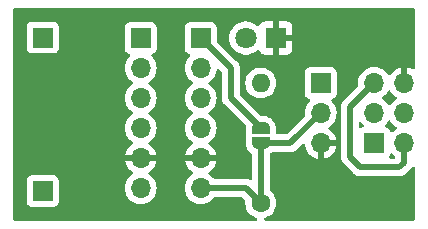
<source format=gbr>
%TF.GenerationSoftware,KiCad,Pcbnew,8.0.3*%
%TF.CreationDate,2024-07-07T19:01:36+09:00*%
%TF.ProjectId,next_usb_device,6e657874-5f75-4736-925f-646576696365,rev?*%
%TF.SameCoordinates,Original*%
%TF.FileFunction,Copper,L2,Bot*%
%TF.FilePolarity,Positive*%
%FSLAX46Y46*%
G04 Gerber Fmt 4.6, Leading zero omitted, Abs format (unit mm)*
G04 Created by KiCad (PCBNEW 8.0.3) date 2024-07-07 19:01:36*
%MOMM*%
%LPD*%
G01*
G04 APERTURE LIST*
G04 Aperture macros list*
%AMFreePoly0*
4,1,19,0.500000,-0.750000,0.000000,-0.750000,0.000000,-0.744911,-0.071157,-0.744911,-0.207708,-0.704816,-0.327430,-0.627875,-0.420627,-0.520320,-0.479746,-0.390866,-0.500000,-0.250000,-0.500000,0.250000,-0.479746,0.390866,-0.420627,0.520320,-0.327430,0.627875,-0.207708,0.704816,-0.071157,0.744911,0.000000,0.744911,0.000000,0.750000,0.500000,0.750000,0.500000,-0.750000,0.500000,-0.750000,
$1*%
%AMFreePoly1*
4,1,19,0.000000,0.744911,0.071157,0.744911,0.207708,0.704816,0.327430,0.627875,0.420627,0.520320,0.479746,0.390866,0.500000,0.250000,0.500000,-0.250000,0.479746,-0.390866,0.420627,-0.520320,0.327430,-0.627875,0.207708,-0.704816,0.071157,-0.744911,0.000000,-0.744911,0.000000,-0.750000,-0.500000,-0.750000,-0.500000,0.750000,0.000000,0.750000,0.000000,0.744911,0.000000,0.744911,
$1*%
G04 Aperture macros list end*
%TA.AperFunction,ComponentPad*%
%ADD10R,1.700000X1.700000*%
%TD*%
%TA.AperFunction,ComponentPad*%
%ADD11O,1.700000X1.700000*%
%TD*%
%TA.AperFunction,ComponentPad*%
%ADD12C,1.600000*%
%TD*%
%TA.AperFunction,ComponentPad*%
%ADD13O,1.600000X1.600000*%
%TD*%
%TA.AperFunction,ComponentPad*%
%ADD14R,1.800000X1.800000*%
%TD*%
%TA.AperFunction,ComponentPad*%
%ADD15C,1.800000*%
%TD*%
%TA.AperFunction,SMDPad,CuDef*%
%ADD16FreePoly0,270.000000*%
%TD*%
%TA.AperFunction,SMDPad,CuDef*%
%ADD17FreePoly1,270.000000*%
%TD*%
%TA.AperFunction,Conductor*%
%ADD18C,0.500000*%
%TD*%
G04 APERTURE END LIST*
D10*
%TO.P,J1,1,Pin_1*%
%TO.N,CONN*%
X114300000Y-66040000D03*
D11*
%TO.P,J1,2,Pin_2*%
%TO.N,UNUSE*%
X114300000Y-68580000D03*
%TO.P,J1,3,Pin_3*%
%TO.N,CW{slash}CCW*%
X114300000Y-71120000D03*
%TO.P,J1,4,Pin_4*%
%TO.N,PWM*%
X114300000Y-73660000D03*
%TO.P,J1,5,Pin_5*%
%TO.N,GND*%
X114300000Y-76200000D03*
%TO.P,J1,6,Pin_6*%
%TO.N,+5V*%
X114300000Y-78740000D03*
%TD*%
D12*
%TO.P,R1,1*%
%TO.N,+5V*%
X124460000Y-80010000D03*
D13*
%TO.P,R1,2*%
%TO.N,Net-(D1-A)*%
X124460000Y-69850000D03*
%TD*%
D10*
%TO.P,REF\u002A\u002A,1*%
%TO.N,N/C*%
X106000000Y-79000000D03*
%TD*%
%TO.P,J3,1,Pin_1*%
%TO.N,GND*%
X134075000Y-74915000D03*
D11*
%TO.P,J3,2,Pin_2*%
%TO.N,CW{slash}CCW*%
X136615000Y-74915000D03*
%TO.P,J3,3,Pin_3*%
%TO.N,PWM*%
X134075000Y-72375000D03*
%TO.P,J3,4,Pin_4*%
X136615000Y-72375000D03*
%TO.P,J3,5,Pin_5*%
%TO.N,CW{slash}CCW*%
X134075000Y-69835000D03*
%TO.P,J3,6,Pin_6*%
%TO.N,GND*%
X136615000Y-69835000D03*
%TD*%
D14*
%TO.P,D1,1,K*%
%TO.N,GND*%
X125730000Y-66040000D03*
D15*
%TO.P,D1,2,A*%
%TO.N,Net-(D1-A)*%
X123190000Y-66040000D03*
%TD*%
D10*
%TO.P,J4,1,Pin_1*%
%TO.N,CONN*%
X119380000Y-66040000D03*
D11*
%TO.P,J4,2,Pin_2*%
%TO.N,UNUSE*%
X119380000Y-68580000D03*
%TO.P,J4,3,Pin_3*%
%TO.N,CW{slash}CCW*%
X119380000Y-71120000D03*
%TO.P,J4,4,Pin_4*%
%TO.N,PWM*%
X119380000Y-73660000D03*
%TO.P,J4,5,Pin_5*%
%TO.N,GND*%
X119380000Y-76200000D03*
%TO.P,J4,6,Pin_6*%
%TO.N,+5V*%
X119380000Y-78740000D03*
%TD*%
D10*
%TO.P,REF\u002A\u002A,1*%
%TO.N,N/C*%
X106000000Y-66000000D03*
%TD*%
%TO.P,J2,1,Pin_1*%
%TO.N,PWM*%
X129540000Y-69850000D03*
D11*
%TO.P,J2,2,Pin_2*%
%TO.N,+5V*%
X129540000Y-72390000D03*
%TO.P,J2,3,Pin_3*%
%TO.N,GND*%
X129540000Y-74930000D03*
%TD*%
D16*
%TO.P,JP1,1,A*%
%TO.N,CONN*%
X124460000Y-73660000D03*
D17*
%TO.P,JP1,2,B*%
%TO.N,+5V*%
X124460000Y-74960000D03*
%TD*%
D18*
%TO.N,GND*%
X136615000Y-69835000D02*
X136615000Y-68035000D01*
X136615000Y-68035000D02*
X135890000Y-67310000D01*
%TO.N,CW{slash}CCW*%
X132900000Y-77000000D02*
X132000000Y-76100000D01*
X136615000Y-76585000D02*
X136200000Y-77000000D01*
X136615000Y-74915000D02*
X136615000Y-76585000D01*
X132000000Y-71910000D02*
X134075000Y-69835000D01*
X132000000Y-76100000D02*
X132000000Y-71910000D01*
X136200000Y-77000000D02*
X132900000Y-77000000D01*
%TO.N,CONN*%
X121920000Y-71120000D02*
X124460000Y-73660000D01*
X121920000Y-68580000D02*
X121920000Y-71120000D01*
X119380000Y-66040000D02*
X121920000Y-68580000D01*
%TO.N,+5V*%
X124460000Y-74960000D02*
X124460000Y-80010000D01*
X126970000Y-74960000D02*
X129540000Y-72390000D01*
X119380000Y-78740000D02*
X123190000Y-78740000D01*
X124460000Y-74960000D02*
X126970000Y-74960000D01*
X123190000Y-78740000D02*
X124460000Y-80010000D01*
%TD*%
%TA.AperFunction,Conductor*%
%TO.N,GND*%
G36*
X137442539Y-63520185D02*
G01*
X137488294Y-63572989D01*
X137499500Y-63624500D01*
X137499500Y-68568085D01*
X137479815Y-68635124D01*
X137427011Y-68680879D01*
X137357853Y-68690823D01*
X137304380Y-68669662D01*
X137292585Y-68661404D01*
X137292579Y-68661400D01*
X137078492Y-68561570D01*
X137078486Y-68561567D01*
X136865000Y-68504364D01*
X136865000Y-69401988D01*
X136807993Y-69369075D01*
X136680826Y-69335000D01*
X136549174Y-69335000D01*
X136422007Y-69369075D01*
X136365000Y-69401988D01*
X136365000Y-68504364D01*
X136364999Y-68504364D01*
X136151513Y-68561567D01*
X136151507Y-68561570D01*
X135937422Y-68661399D01*
X135937420Y-68661400D01*
X135743926Y-68796886D01*
X135743920Y-68796891D01*
X135576891Y-68963920D01*
X135576890Y-68963922D01*
X135446880Y-69149595D01*
X135392303Y-69193219D01*
X135322804Y-69200412D01*
X135260450Y-69168890D01*
X135243730Y-69149594D01*
X135113494Y-68963597D01*
X134946402Y-68796506D01*
X134946395Y-68796501D01*
X134752834Y-68660967D01*
X134752830Y-68660965D01*
X134677371Y-68625778D01*
X134538663Y-68561097D01*
X134538659Y-68561096D01*
X134538655Y-68561094D01*
X134310413Y-68499938D01*
X134310403Y-68499936D01*
X134075001Y-68479341D01*
X134074999Y-68479341D01*
X133839596Y-68499936D01*
X133839586Y-68499938D01*
X133611344Y-68561094D01*
X133611335Y-68561098D01*
X133397171Y-68660964D01*
X133397169Y-68660965D01*
X133203597Y-68796505D01*
X133036505Y-68963597D01*
X132900965Y-69157169D01*
X132900964Y-69157171D01*
X132801098Y-69371335D01*
X132801094Y-69371344D01*
X132739938Y-69599586D01*
X132739936Y-69599596D01*
X132719341Y-69834999D01*
X132719341Y-69835001D01*
X132737977Y-70048013D01*
X132724210Y-70116513D01*
X132702130Y-70146501D01*
X131417052Y-71431578D01*
X131417049Y-71431581D01*
X131379106Y-71488367D01*
X131379107Y-71488368D01*
X131334913Y-71554508D01*
X131278343Y-71691082D01*
X131278340Y-71691092D01*
X131249500Y-71836079D01*
X131249500Y-71836082D01*
X131249500Y-76173918D01*
X131249500Y-76173920D01*
X131249499Y-76173920D01*
X131278340Y-76318907D01*
X131278343Y-76318917D01*
X131334914Y-76455492D01*
X131367812Y-76504727D01*
X131367813Y-76504730D01*
X131417046Y-76578414D01*
X131417052Y-76578421D01*
X132317049Y-77478416D01*
X132393182Y-77554549D01*
X132421585Y-77582952D01*
X132544498Y-77665080D01*
X132544511Y-77665087D01*
X132643782Y-77706206D01*
X132681087Y-77721658D01*
X132681091Y-77721658D01*
X132681092Y-77721659D01*
X132826079Y-77750500D01*
X132826082Y-77750500D01*
X136273920Y-77750500D01*
X136371462Y-77731096D01*
X136418913Y-77721658D01*
X136555495Y-77665084D01*
X136604729Y-77632186D01*
X136678416Y-77582952D01*
X137197952Y-77063415D01*
X137225205Y-77022627D01*
X137272399Y-76951997D01*
X137326012Y-76907192D01*
X137395337Y-76898486D01*
X137458364Y-76928642D01*
X137495082Y-76988085D01*
X137499500Y-77020889D01*
X137499500Y-81375500D01*
X137479815Y-81442539D01*
X137427011Y-81488294D01*
X137375500Y-81499500D01*
X124867733Y-81499500D01*
X124800694Y-81479815D01*
X124754939Y-81427011D01*
X124744995Y-81357853D01*
X124774020Y-81294297D01*
X124832798Y-81256523D01*
X124835640Y-81255725D01*
X124883032Y-81243025D01*
X124906496Y-81236739D01*
X125112734Y-81140568D01*
X125299139Y-81010047D01*
X125460047Y-80849139D01*
X125590568Y-80662734D01*
X125686739Y-80456496D01*
X125745635Y-80236692D01*
X125765468Y-80010000D01*
X125745635Y-79783308D01*
X125686739Y-79563504D01*
X125590568Y-79357266D01*
X125483015Y-79203663D01*
X125460048Y-79170862D01*
X125460047Y-79170861D01*
X125299139Y-79009953D01*
X125294373Y-79006615D01*
X125263375Y-78984910D01*
X125219751Y-78930332D01*
X125210500Y-78883336D01*
X125210500Y-75901293D01*
X125230185Y-75834254D01*
X125267458Y-75796979D01*
X125314130Y-75766986D01*
X125344366Y-75740786D01*
X125407921Y-75711762D01*
X125425568Y-75710500D01*
X127043920Y-75710500D01*
X127141462Y-75691096D01*
X127188913Y-75681658D01*
X127325495Y-75625084D01*
X127374729Y-75592186D01*
X127448416Y-75542952D01*
X127986879Y-75004487D01*
X128048199Y-74971005D01*
X128117890Y-74975989D01*
X128173824Y-75017860D01*
X128198085Y-75081363D01*
X128205430Y-75165316D01*
X128205432Y-75165326D01*
X128266566Y-75393483D01*
X128266570Y-75393492D01*
X128366399Y-75607578D01*
X128501894Y-75801082D01*
X128668917Y-75968105D01*
X128862421Y-76103600D01*
X129076507Y-76203429D01*
X129076516Y-76203433D01*
X129290000Y-76260634D01*
X129290000Y-75363012D01*
X129347007Y-75395925D01*
X129474174Y-75430000D01*
X129605826Y-75430000D01*
X129732993Y-75395925D01*
X129790000Y-75363012D01*
X129790000Y-76260633D01*
X130003483Y-76203433D01*
X130003492Y-76203429D01*
X130217578Y-76103600D01*
X130411082Y-75968105D01*
X130578105Y-75801082D01*
X130713600Y-75607578D01*
X130813429Y-75393492D01*
X130813432Y-75393486D01*
X130870636Y-75180000D01*
X129973012Y-75180000D01*
X130005925Y-75122993D01*
X130040000Y-74995826D01*
X130040000Y-74864174D01*
X130005925Y-74737007D01*
X129973012Y-74680000D01*
X130870636Y-74680000D01*
X130870635Y-74679999D01*
X130813432Y-74466513D01*
X130813429Y-74466507D01*
X130713600Y-74252422D01*
X130713599Y-74252420D01*
X130578113Y-74058926D01*
X130578108Y-74058920D01*
X130411078Y-73891890D01*
X130225405Y-73761879D01*
X130181780Y-73707302D01*
X130174588Y-73637804D01*
X130206110Y-73575449D01*
X130225406Y-73558730D01*
X130309668Y-73499729D01*
X130411401Y-73428495D01*
X130578495Y-73261401D01*
X130714035Y-73067830D01*
X130813903Y-72853663D01*
X130875063Y-72625408D01*
X130895659Y-72390000D01*
X130893690Y-72367500D01*
X130886772Y-72288425D01*
X130875063Y-72154592D01*
X130813903Y-71926337D01*
X130714035Y-71712171D01*
X130711432Y-71708454D01*
X130578495Y-71518599D01*
X130535388Y-71475492D01*
X130456567Y-71396671D01*
X130423084Y-71335351D01*
X130428068Y-71265659D01*
X130469939Y-71209725D01*
X130500915Y-71192810D01*
X130632331Y-71143796D01*
X130747546Y-71057546D01*
X130833796Y-70942331D01*
X130884091Y-70807483D01*
X130890500Y-70747873D01*
X130890499Y-68952128D01*
X130884091Y-68892517D01*
X130869929Y-68854548D01*
X130833797Y-68757671D01*
X130833793Y-68757664D01*
X130747547Y-68642455D01*
X130747544Y-68642452D01*
X130632335Y-68556206D01*
X130632328Y-68556202D01*
X130497482Y-68505908D01*
X130497483Y-68505908D01*
X130437883Y-68499501D01*
X130437881Y-68499500D01*
X130437873Y-68499500D01*
X130437864Y-68499500D01*
X128642129Y-68499500D01*
X128642123Y-68499501D01*
X128582516Y-68505908D01*
X128447671Y-68556202D01*
X128447664Y-68556206D01*
X128332455Y-68642452D01*
X128332452Y-68642455D01*
X128246206Y-68757664D01*
X128246202Y-68757671D01*
X128195908Y-68892517D01*
X128190564Y-68942229D01*
X128189501Y-68952123D01*
X128189500Y-68952135D01*
X128189500Y-70747870D01*
X128189501Y-70747876D01*
X128195908Y-70807483D01*
X128246202Y-70942328D01*
X128246206Y-70942335D01*
X128332452Y-71057544D01*
X128332455Y-71057547D01*
X128447664Y-71143793D01*
X128447671Y-71143797D01*
X128579081Y-71192810D01*
X128635015Y-71234681D01*
X128659432Y-71300145D01*
X128644580Y-71368418D01*
X128623430Y-71396673D01*
X128501505Y-71518599D01*
X128365965Y-71712169D01*
X128365964Y-71712171D01*
X128266098Y-71926335D01*
X128266094Y-71926344D01*
X128204938Y-72154586D01*
X128204936Y-72154596D01*
X128184341Y-72389999D01*
X128184341Y-72390001D01*
X128202977Y-72603012D01*
X128189210Y-72671512D01*
X128167130Y-72701500D01*
X126695451Y-74173181D01*
X126634128Y-74206666D01*
X126607770Y-74209500D01*
X125839500Y-74209500D01*
X125772461Y-74189815D01*
X125726706Y-74137011D01*
X125715500Y-74085500D01*
X125715500Y-73588114D01*
X125715500Y-73588111D01*
X125695024Y-73445696D01*
X125654517Y-73307741D01*
X125594747Y-73176863D01*
X125586597Y-73164182D01*
X125520623Y-73061523D01*
X125519802Y-73060081D01*
X125517011Y-73055901D01*
X125422792Y-72947169D01*
X125422789Y-72947166D01*
X125314135Y-72853018D01*
X125314132Y-72853015D01*
X125287264Y-72835749D01*
X125193094Y-72775230D01*
X125193087Y-72775227D01*
X125193081Y-72775223D01*
X125068356Y-72718263D01*
X125064057Y-72716014D01*
X124924261Y-72674966D01*
X124924251Y-72674963D01*
X124796300Y-72656567D01*
X124781941Y-72654503D01*
X124781940Y-72654503D01*
X124725601Y-72654503D01*
X124725591Y-72654500D01*
X124674236Y-72654500D01*
X124567229Y-72654500D01*
X124500190Y-72634815D01*
X124479548Y-72618181D01*
X122706819Y-70845451D01*
X122673334Y-70784128D01*
X122670500Y-70757770D01*
X122670500Y-69849998D01*
X123154532Y-69849998D01*
X123154532Y-69850001D01*
X123174364Y-70076686D01*
X123174366Y-70076697D01*
X123233258Y-70296488D01*
X123233261Y-70296497D01*
X123329431Y-70502732D01*
X123329432Y-70502734D01*
X123459954Y-70689141D01*
X123620858Y-70850045D01*
X123654353Y-70873498D01*
X123807266Y-70980568D01*
X124013504Y-71076739D01*
X124233308Y-71135635D01*
X124395230Y-71149801D01*
X124459998Y-71155468D01*
X124460000Y-71155468D01*
X124460002Y-71155468D01*
X124516673Y-71150509D01*
X124686692Y-71135635D01*
X124906496Y-71076739D01*
X125112734Y-70980568D01*
X125299139Y-70850047D01*
X125460047Y-70689139D01*
X125590568Y-70502734D01*
X125686739Y-70296496D01*
X125745635Y-70076692D01*
X125765468Y-69850000D01*
X125745635Y-69623308D01*
X125686739Y-69403504D01*
X125590568Y-69197266D01*
X125460047Y-69010861D01*
X125460045Y-69010858D01*
X125299141Y-68849954D01*
X125112734Y-68719432D01*
X125112732Y-68719431D01*
X124906497Y-68623261D01*
X124906488Y-68623258D01*
X124686697Y-68564366D01*
X124686693Y-68564365D01*
X124686692Y-68564365D01*
X124686691Y-68564364D01*
X124686686Y-68564364D01*
X124460002Y-68544532D01*
X124459998Y-68544532D01*
X124233313Y-68564364D01*
X124233302Y-68564366D01*
X124013511Y-68623258D01*
X124013502Y-68623261D01*
X123807267Y-68719431D01*
X123807265Y-68719432D01*
X123620858Y-68849954D01*
X123459954Y-69010858D01*
X123329432Y-69197265D01*
X123329431Y-69197267D01*
X123233261Y-69403502D01*
X123233258Y-69403511D01*
X123174366Y-69623302D01*
X123174364Y-69623313D01*
X123154532Y-69849998D01*
X122670500Y-69849998D01*
X122670500Y-68506079D01*
X122641659Y-68361092D01*
X122641658Y-68361091D01*
X122641658Y-68361087D01*
X122634823Y-68344586D01*
X122585087Y-68224511D01*
X122585080Y-68224498D01*
X122502952Y-68101585D01*
X122502951Y-68101584D01*
X122398416Y-67997049D01*
X120766818Y-66365450D01*
X120733333Y-66304127D01*
X120730499Y-66277769D01*
X120730499Y-66039993D01*
X121784700Y-66039993D01*
X121784700Y-66040006D01*
X121803864Y-66271297D01*
X121803866Y-66271308D01*
X121860842Y-66496300D01*
X121954075Y-66708848D01*
X122081016Y-66903147D01*
X122081019Y-66903151D01*
X122081021Y-66903153D01*
X122238216Y-67073913D01*
X122238219Y-67073915D01*
X122238222Y-67073918D01*
X122421365Y-67216464D01*
X122421371Y-67216468D01*
X122421374Y-67216470D01*
X122625497Y-67326936D01*
X122675468Y-67344091D01*
X122845015Y-67402297D01*
X122845017Y-67402297D01*
X122845019Y-67402298D01*
X123073951Y-67440500D01*
X123073952Y-67440500D01*
X123306048Y-67440500D01*
X123306049Y-67440500D01*
X123534981Y-67402298D01*
X123754503Y-67326936D01*
X123958626Y-67216470D01*
X123970091Y-67207547D01*
X124118124Y-67092328D01*
X124141784Y-67073913D01*
X124150511Y-67064432D01*
X124210394Y-67028441D01*
X124280232Y-67030538D01*
X124337850Y-67070060D01*
X124357924Y-67105080D01*
X124386645Y-67182086D01*
X124386649Y-67182093D01*
X124472809Y-67297187D01*
X124472812Y-67297190D01*
X124587906Y-67383350D01*
X124587913Y-67383354D01*
X124722620Y-67433596D01*
X124722627Y-67433598D01*
X124782155Y-67439999D01*
X124782172Y-67440000D01*
X125480000Y-67440000D01*
X125480000Y-66415277D01*
X125556306Y-66459333D01*
X125670756Y-66490000D01*
X125789244Y-66490000D01*
X125903694Y-66459333D01*
X125980000Y-66415277D01*
X125980000Y-67440000D01*
X126677828Y-67440000D01*
X126677844Y-67439999D01*
X126737372Y-67433598D01*
X126737379Y-67433596D01*
X126872086Y-67383354D01*
X126872093Y-67383350D01*
X126987187Y-67297190D01*
X126987190Y-67297187D01*
X127073350Y-67182093D01*
X127073354Y-67182086D01*
X127123596Y-67047379D01*
X127123598Y-67047372D01*
X127129999Y-66987844D01*
X127130000Y-66987827D01*
X127130000Y-66290000D01*
X126105278Y-66290000D01*
X126149333Y-66213694D01*
X126180000Y-66099244D01*
X126180000Y-65980756D01*
X126149333Y-65866306D01*
X126105278Y-65790000D01*
X127130000Y-65790000D01*
X127130000Y-65092172D01*
X127129999Y-65092155D01*
X127123598Y-65032627D01*
X127123596Y-65032620D01*
X127073354Y-64897913D01*
X127073350Y-64897906D01*
X126987190Y-64782812D01*
X126987187Y-64782809D01*
X126872093Y-64696649D01*
X126872086Y-64696645D01*
X126737379Y-64646403D01*
X126737372Y-64646401D01*
X126677844Y-64640000D01*
X125980000Y-64640000D01*
X125980000Y-65664722D01*
X125903694Y-65620667D01*
X125789244Y-65590000D01*
X125670756Y-65590000D01*
X125556306Y-65620667D01*
X125480000Y-65664722D01*
X125480000Y-64640000D01*
X124782155Y-64640000D01*
X124722627Y-64646401D01*
X124722620Y-64646403D01*
X124587913Y-64696645D01*
X124587906Y-64696649D01*
X124472812Y-64782809D01*
X124472809Y-64782812D01*
X124386649Y-64897906D01*
X124386646Y-64897911D01*
X124357924Y-64974920D01*
X124316052Y-65030853D01*
X124250588Y-65055270D01*
X124182315Y-65040418D01*
X124150514Y-65015571D01*
X124141784Y-65006087D01*
X124141779Y-65006083D01*
X124141777Y-65006081D01*
X123958634Y-64863535D01*
X123958628Y-64863531D01*
X123754504Y-64753064D01*
X123754495Y-64753061D01*
X123534984Y-64677702D01*
X123347404Y-64646401D01*
X123306049Y-64639500D01*
X123073951Y-64639500D01*
X123032596Y-64646401D01*
X122845015Y-64677702D01*
X122625504Y-64753061D01*
X122625495Y-64753064D01*
X122421371Y-64863531D01*
X122421365Y-64863535D01*
X122238222Y-65006081D01*
X122238219Y-65006084D01*
X122238216Y-65006086D01*
X122238216Y-65006087D01*
X122213791Y-65032620D01*
X122081016Y-65176852D01*
X121954075Y-65371151D01*
X121860842Y-65583699D01*
X121803866Y-65808691D01*
X121803864Y-65808702D01*
X121784700Y-66039993D01*
X120730499Y-66039993D01*
X120730499Y-65142129D01*
X120730498Y-65142123D01*
X120730497Y-65142116D01*
X120724091Y-65082517D01*
X120705483Y-65032627D01*
X120673797Y-64947671D01*
X120673793Y-64947664D01*
X120587547Y-64832455D01*
X120587544Y-64832452D01*
X120472335Y-64746206D01*
X120472328Y-64746202D01*
X120337482Y-64695908D01*
X120337483Y-64695908D01*
X120277883Y-64689501D01*
X120277881Y-64689500D01*
X120277873Y-64689500D01*
X120277864Y-64689500D01*
X118482129Y-64689500D01*
X118482123Y-64689501D01*
X118422516Y-64695908D01*
X118287671Y-64746202D01*
X118287664Y-64746206D01*
X118172455Y-64832452D01*
X118172452Y-64832455D01*
X118086206Y-64947664D01*
X118086202Y-64947671D01*
X118035908Y-65082517D01*
X118029501Y-65142116D01*
X118029501Y-65142123D01*
X118029500Y-65142135D01*
X118029500Y-66937870D01*
X118029501Y-66937876D01*
X118035908Y-66997483D01*
X118086202Y-67132328D01*
X118086206Y-67132335D01*
X118172452Y-67247544D01*
X118172455Y-67247547D01*
X118287664Y-67333793D01*
X118287671Y-67333797D01*
X118419081Y-67382810D01*
X118475015Y-67424681D01*
X118499432Y-67490145D01*
X118484580Y-67558418D01*
X118463430Y-67586673D01*
X118341503Y-67708600D01*
X118205965Y-67902169D01*
X118205964Y-67902171D01*
X118106098Y-68116335D01*
X118106094Y-68116344D01*
X118044938Y-68344586D01*
X118044936Y-68344596D01*
X118024341Y-68579999D01*
X118024341Y-68580000D01*
X118044936Y-68815403D01*
X118044938Y-68815413D01*
X118106094Y-69043655D01*
X118106096Y-69043659D01*
X118106097Y-69043663D01*
X118205965Y-69257830D01*
X118205967Y-69257834D01*
X118341501Y-69451395D01*
X118341506Y-69451402D01*
X118508597Y-69618493D01*
X118508603Y-69618498D01*
X118694158Y-69748425D01*
X118737783Y-69803002D01*
X118744977Y-69872500D01*
X118713454Y-69934855D01*
X118694158Y-69951575D01*
X118508597Y-70081505D01*
X118341505Y-70248597D01*
X118205965Y-70442169D01*
X118205964Y-70442171D01*
X118106098Y-70656335D01*
X118106094Y-70656344D01*
X118044938Y-70884586D01*
X118044936Y-70884596D01*
X118024341Y-71119999D01*
X118024341Y-71120000D01*
X118044936Y-71355403D01*
X118044938Y-71355413D01*
X118106094Y-71583655D01*
X118106096Y-71583659D01*
X118106097Y-71583663D01*
X118175633Y-71732783D01*
X118205965Y-71797830D01*
X118205967Y-71797834D01*
X118341501Y-71991395D01*
X118341506Y-71991402D01*
X118508597Y-72158493D01*
X118508603Y-72158498D01*
X118694158Y-72288425D01*
X118737783Y-72343002D01*
X118744977Y-72412500D01*
X118713454Y-72474855D01*
X118694158Y-72491575D01*
X118508597Y-72621505D01*
X118341505Y-72788597D01*
X118205965Y-72982169D01*
X118205964Y-72982171D01*
X118106098Y-73196335D01*
X118106094Y-73196344D01*
X118044938Y-73424586D01*
X118044936Y-73424596D01*
X118024341Y-73659999D01*
X118024341Y-73660000D01*
X118044936Y-73895403D01*
X118044938Y-73895413D01*
X118106094Y-74123655D01*
X118106096Y-74123659D01*
X118106097Y-74123663D01*
X118173991Y-74269262D01*
X118205965Y-74337830D01*
X118205967Y-74337834D01*
X118341501Y-74531395D01*
X118341506Y-74531402D01*
X118508597Y-74698493D01*
X118508603Y-74698498D01*
X118694594Y-74828730D01*
X118738219Y-74883307D01*
X118745413Y-74952805D01*
X118713890Y-75015160D01*
X118694595Y-75031880D01*
X118508922Y-75161890D01*
X118508920Y-75161891D01*
X118341891Y-75328920D01*
X118341886Y-75328926D01*
X118206400Y-75522420D01*
X118206399Y-75522422D01*
X118106570Y-75736507D01*
X118106567Y-75736513D01*
X118049364Y-75949999D01*
X118049364Y-75950000D01*
X118946988Y-75950000D01*
X118914075Y-76007007D01*
X118880000Y-76134174D01*
X118880000Y-76265826D01*
X118914075Y-76392993D01*
X118946988Y-76450000D01*
X118049364Y-76450000D01*
X118106567Y-76663486D01*
X118106570Y-76663492D01*
X118206399Y-76877578D01*
X118341894Y-77071082D01*
X118508917Y-77238105D01*
X118694595Y-77368119D01*
X118738219Y-77422696D01*
X118745412Y-77492195D01*
X118713890Y-77554549D01*
X118694595Y-77571269D01*
X118508594Y-77701508D01*
X118341505Y-77868597D01*
X118205965Y-78062169D01*
X118205964Y-78062171D01*
X118106098Y-78276335D01*
X118106094Y-78276344D01*
X118044938Y-78504586D01*
X118044936Y-78504596D01*
X118024341Y-78739999D01*
X118024341Y-78740000D01*
X118044936Y-78975403D01*
X118044938Y-78975413D01*
X118106094Y-79203655D01*
X118106096Y-79203659D01*
X118106097Y-79203663D01*
X118177724Y-79357267D01*
X118205965Y-79417830D01*
X118205967Y-79417834D01*
X118282280Y-79526819D01*
X118341505Y-79611401D01*
X118508599Y-79778495D01*
X118547842Y-79805973D01*
X118702165Y-79914032D01*
X118702167Y-79914033D01*
X118702170Y-79914035D01*
X118916337Y-80013903D01*
X119144592Y-80075063D01*
X119332918Y-80091539D01*
X119379999Y-80095659D01*
X119380000Y-80095659D01*
X119380001Y-80095659D01*
X119419234Y-80092226D01*
X119615408Y-80075063D01*
X119843663Y-80013903D01*
X120057830Y-79914035D01*
X120251401Y-79778495D01*
X120418495Y-79611401D01*
X120466127Y-79543376D01*
X120520704Y-79499751D01*
X120567701Y-79490500D01*
X122827770Y-79490500D01*
X122894809Y-79510185D01*
X122915451Y-79526819D01*
X123133282Y-79744650D01*
X123166767Y-79805973D01*
X123169129Y-79843137D01*
X123154532Y-80009996D01*
X123154532Y-80010001D01*
X123174364Y-80236686D01*
X123174366Y-80236697D01*
X123233258Y-80456488D01*
X123233261Y-80456497D01*
X123329431Y-80662732D01*
X123329432Y-80662734D01*
X123459954Y-80849141D01*
X123620858Y-81010045D01*
X123620861Y-81010047D01*
X123807266Y-81140568D01*
X124013504Y-81236739D01*
X124013509Y-81236740D01*
X124013511Y-81236741D01*
X124084360Y-81255725D01*
X124144021Y-81292090D01*
X124174550Y-81354937D01*
X124166255Y-81424312D01*
X124121770Y-81478190D01*
X124055218Y-81499465D01*
X124052267Y-81499500D01*
X103624500Y-81499500D01*
X103557461Y-81479815D01*
X103511706Y-81427011D01*
X103500500Y-81375500D01*
X103500500Y-78102135D01*
X104649500Y-78102135D01*
X104649500Y-79897870D01*
X104649501Y-79897876D01*
X104655908Y-79957483D01*
X104706202Y-80092328D01*
X104706206Y-80092335D01*
X104792452Y-80207544D01*
X104792455Y-80207547D01*
X104907664Y-80293793D01*
X104907671Y-80293797D01*
X105042517Y-80344091D01*
X105042516Y-80344091D01*
X105049444Y-80344835D01*
X105102127Y-80350500D01*
X106897872Y-80350499D01*
X106957483Y-80344091D01*
X107092331Y-80293796D01*
X107207546Y-80207546D01*
X107293796Y-80092331D01*
X107344091Y-79957483D01*
X107350500Y-79897873D01*
X107350499Y-78102128D01*
X107344091Y-78042517D01*
X107337299Y-78024308D01*
X107293797Y-77907671D01*
X107293793Y-77907664D01*
X107207547Y-77792455D01*
X107207544Y-77792452D01*
X107092335Y-77706206D01*
X107092328Y-77706202D01*
X106957482Y-77655908D01*
X106957483Y-77655908D01*
X106897883Y-77649501D01*
X106897881Y-77649500D01*
X106897873Y-77649500D01*
X106897864Y-77649500D01*
X105102129Y-77649500D01*
X105102123Y-77649501D01*
X105042516Y-77655908D01*
X104907671Y-77706202D01*
X104907664Y-77706206D01*
X104792455Y-77792452D01*
X104792452Y-77792455D01*
X104706206Y-77907664D01*
X104706202Y-77907671D01*
X104655908Y-78042517D01*
X104651878Y-78080007D01*
X104649501Y-78102123D01*
X104649500Y-78102135D01*
X103500500Y-78102135D01*
X103500500Y-68579999D01*
X112944341Y-68579999D01*
X112944341Y-68580000D01*
X112964936Y-68815403D01*
X112964938Y-68815413D01*
X113026094Y-69043655D01*
X113026096Y-69043659D01*
X113026097Y-69043663D01*
X113125965Y-69257830D01*
X113125967Y-69257834D01*
X113261501Y-69451395D01*
X113261506Y-69451402D01*
X113428597Y-69618493D01*
X113428603Y-69618498D01*
X113614158Y-69748425D01*
X113657783Y-69803002D01*
X113664977Y-69872500D01*
X113633454Y-69934855D01*
X113614158Y-69951575D01*
X113428597Y-70081505D01*
X113261505Y-70248597D01*
X113125965Y-70442169D01*
X113125964Y-70442171D01*
X113026098Y-70656335D01*
X113026094Y-70656344D01*
X112964938Y-70884586D01*
X112964936Y-70884596D01*
X112944341Y-71119999D01*
X112944341Y-71120000D01*
X112964936Y-71355403D01*
X112964938Y-71355413D01*
X113026094Y-71583655D01*
X113026096Y-71583659D01*
X113026097Y-71583663D01*
X113095633Y-71732783D01*
X113125965Y-71797830D01*
X113125967Y-71797834D01*
X113261501Y-71991395D01*
X113261506Y-71991402D01*
X113428597Y-72158493D01*
X113428603Y-72158498D01*
X113614158Y-72288425D01*
X113657783Y-72343002D01*
X113664977Y-72412500D01*
X113633454Y-72474855D01*
X113614158Y-72491575D01*
X113428597Y-72621505D01*
X113261505Y-72788597D01*
X113125965Y-72982169D01*
X113125964Y-72982171D01*
X113026098Y-73196335D01*
X113026094Y-73196344D01*
X112964938Y-73424586D01*
X112964936Y-73424596D01*
X112944341Y-73659999D01*
X112944341Y-73660000D01*
X112964936Y-73895403D01*
X112964938Y-73895413D01*
X113026094Y-74123655D01*
X113026096Y-74123659D01*
X113026097Y-74123663D01*
X113093991Y-74269262D01*
X113125965Y-74337830D01*
X113125967Y-74337834D01*
X113261501Y-74531395D01*
X113261506Y-74531402D01*
X113428597Y-74698493D01*
X113428603Y-74698498D01*
X113614594Y-74828730D01*
X113658219Y-74883307D01*
X113665413Y-74952805D01*
X113633890Y-75015160D01*
X113614595Y-75031880D01*
X113428922Y-75161890D01*
X113428920Y-75161891D01*
X113261891Y-75328920D01*
X113261886Y-75328926D01*
X113126400Y-75522420D01*
X113126399Y-75522422D01*
X113026570Y-75736507D01*
X113026567Y-75736513D01*
X112969364Y-75949999D01*
X112969364Y-75950000D01*
X113866988Y-75950000D01*
X113834075Y-76007007D01*
X113800000Y-76134174D01*
X113800000Y-76265826D01*
X113834075Y-76392993D01*
X113866988Y-76450000D01*
X112969364Y-76450000D01*
X113026567Y-76663486D01*
X113026570Y-76663492D01*
X113126399Y-76877578D01*
X113261894Y-77071082D01*
X113428917Y-77238105D01*
X113614595Y-77368119D01*
X113658219Y-77422696D01*
X113665412Y-77492195D01*
X113633890Y-77554549D01*
X113614595Y-77571269D01*
X113428594Y-77701508D01*
X113261505Y-77868597D01*
X113125965Y-78062169D01*
X113125964Y-78062171D01*
X113026098Y-78276335D01*
X113026094Y-78276344D01*
X112964938Y-78504586D01*
X112964936Y-78504596D01*
X112944341Y-78739999D01*
X112944341Y-78740000D01*
X112964936Y-78975403D01*
X112964938Y-78975413D01*
X113026094Y-79203655D01*
X113026096Y-79203659D01*
X113026097Y-79203663D01*
X113097724Y-79357267D01*
X113125965Y-79417830D01*
X113125967Y-79417834D01*
X113202280Y-79526819D01*
X113261505Y-79611401D01*
X113428599Y-79778495D01*
X113467842Y-79805973D01*
X113622165Y-79914032D01*
X113622167Y-79914033D01*
X113622170Y-79914035D01*
X113836337Y-80013903D01*
X114064592Y-80075063D01*
X114252918Y-80091539D01*
X114299999Y-80095659D01*
X114300000Y-80095659D01*
X114300001Y-80095659D01*
X114339234Y-80092226D01*
X114535408Y-80075063D01*
X114763663Y-80013903D01*
X114977830Y-79914035D01*
X115171401Y-79778495D01*
X115338495Y-79611401D01*
X115474035Y-79417830D01*
X115573903Y-79203663D01*
X115635063Y-78975408D01*
X115655659Y-78740000D01*
X115635063Y-78504592D01*
X115573903Y-78276337D01*
X115474035Y-78062171D01*
X115460274Y-78042517D01*
X115338494Y-77868597D01*
X115171402Y-77701506D01*
X115171401Y-77701505D01*
X115002090Y-77582952D01*
X114985405Y-77571269D01*
X114941781Y-77516692D01*
X114934588Y-77447193D01*
X114966110Y-77384839D01*
X114985405Y-77368119D01*
X115171082Y-77238105D01*
X115338105Y-77071082D01*
X115473600Y-76877578D01*
X115573429Y-76663492D01*
X115573432Y-76663486D01*
X115630636Y-76450000D01*
X114733012Y-76450000D01*
X114765925Y-76392993D01*
X114800000Y-76265826D01*
X114800000Y-76134174D01*
X114765925Y-76007007D01*
X114733012Y-75950000D01*
X115630636Y-75950000D01*
X115630635Y-75949999D01*
X115573432Y-75736513D01*
X115573429Y-75736507D01*
X115473600Y-75522422D01*
X115473599Y-75522420D01*
X115338113Y-75328926D01*
X115338108Y-75328920D01*
X115171078Y-75161890D01*
X114985405Y-75031879D01*
X114941780Y-74977302D01*
X114934588Y-74907804D01*
X114966110Y-74845449D01*
X114985406Y-74828730D01*
X115116400Y-74737007D01*
X115171401Y-74698495D01*
X115338495Y-74531401D01*
X115474035Y-74337830D01*
X115573903Y-74123663D01*
X115635063Y-73895408D01*
X115655659Y-73660000D01*
X115635063Y-73424592D01*
X115573903Y-73196337D01*
X115474035Y-72982171D01*
X115449527Y-72947169D01*
X115338494Y-72788597D01*
X115171402Y-72621506D01*
X115171396Y-72621501D01*
X114985842Y-72491575D01*
X114942217Y-72436998D01*
X114935023Y-72367500D01*
X114966546Y-72305145D01*
X114985842Y-72288425D01*
X115008026Y-72272891D01*
X115171401Y-72158495D01*
X115338495Y-71991401D01*
X115474035Y-71797830D01*
X115573903Y-71583663D01*
X115635063Y-71355408D01*
X115655659Y-71120000D01*
X115635063Y-70884592D01*
X115573903Y-70656337D01*
X115474035Y-70442171D01*
X115398994Y-70335000D01*
X115338494Y-70248597D01*
X115171402Y-70081506D01*
X115171396Y-70081501D01*
X114985842Y-69951575D01*
X114942217Y-69896998D01*
X114935023Y-69827500D01*
X114966546Y-69765145D01*
X114985842Y-69748425D01*
X115164527Y-69623308D01*
X115171401Y-69618495D01*
X115338495Y-69451401D01*
X115474035Y-69257830D01*
X115573903Y-69043663D01*
X115635063Y-68815408D01*
X115655659Y-68580000D01*
X115635063Y-68344592D01*
X115573903Y-68116337D01*
X115474035Y-67902171D01*
X115338495Y-67708599D01*
X115216567Y-67586671D01*
X115183084Y-67525351D01*
X115188068Y-67455659D01*
X115229939Y-67399725D01*
X115260915Y-67382810D01*
X115392331Y-67333796D01*
X115507546Y-67247546D01*
X115593796Y-67132331D01*
X115644091Y-66997483D01*
X115650500Y-66937873D01*
X115650499Y-65142128D01*
X115644091Y-65082517D01*
X115625483Y-65032627D01*
X115593797Y-64947671D01*
X115593793Y-64947664D01*
X115507547Y-64832455D01*
X115507544Y-64832452D01*
X115392335Y-64746206D01*
X115392328Y-64746202D01*
X115257482Y-64695908D01*
X115257483Y-64695908D01*
X115197883Y-64689501D01*
X115197881Y-64689500D01*
X115197873Y-64689500D01*
X115197864Y-64689500D01*
X113402129Y-64689500D01*
X113402123Y-64689501D01*
X113342516Y-64695908D01*
X113207671Y-64746202D01*
X113207664Y-64746206D01*
X113092455Y-64832452D01*
X113092452Y-64832455D01*
X113006206Y-64947664D01*
X113006202Y-64947671D01*
X112955908Y-65082517D01*
X112949501Y-65142116D01*
X112949501Y-65142123D01*
X112949500Y-65142135D01*
X112949500Y-66937870D01*
X112949501Y-66937876D01*
X112955908Y-66997483D01*
X113006202Y-67132328D01*
X113006206Y-67132335D01*
X113092452Y-67247544D01*
X113092455Y-67247547D01*
X113207664Y-67333793D01*
X113207671Y-67333797D01*
X113339081Y-67382810D01*
X113395015Y-67424681D01*
X113419432Y-67490145D01*
X113404580Y-67558418D01*
X113383430Y-67586673D01*
X113261503Y-67708600D01*
X113125965Y-67902169D01*
X113125964Y-67902171D01*
X113026098Y-68116335D01*
X113026094Y-68116344D01*
X112964938Y-68344586D01*
X112964936Y-68344596D01*
X112944341Y-68579999D01*
X103500500Y-68579999D01*
X103500500Y-65102135D01*
X104649500Y-65102135D01*
X104649500Y-66897870D01*
X104649501Y-66897876D01*
X104655908Y-66957483D01*
X104706202Y-67092328D01*
X104706206Y-67092335D01*
X104792452Y-67207544D01*
X104792455Y-67207547D01*
X104907664Y-67293793D01*
X104907671Y-67293797D01*
X105042517Y-67344091D01*
X105042516Y-67344091D01*
X105049444Y-67344835D01*
X105102127Y-67350500D01*
X106897872Y-67350499D01*
X106957483Y-67344091D01*
X107092331Y-67293796D01*
X107207546Y-67207546D01*
X107293796Y-67092331D01*
X107344091Y-66957483D01*
X107350500Y-66897873D01*
X107350499Y-65102128D01*
X107344091Y-65042517D01*
X107340402Y-65032627D01*
X107293797Y-64907671D01*
X107293793Y-64907664D01*
X107207547Y-64792455D01*
X107207544Y-64792452D01*
X107092335Y-64706206D01*
X107092328Y-64706202D01*
X106957482Y-64655908D01*
X106957483Y-64655908D01*
X106897883Y-64649501D01*
X106897881Y-64649500D01*
X106897873Y-64649500D01*
X106897864Y-64649500D01*
X105102129Y-64649500D01*
X105102123Y-64649501D01*
X105042516Y-64655908D01*
X104907671Y-64706202D01*
X104907664Y-64706206D01*
X104792455Y-64792452D01*
X104792452Y-64792455D01*
X104706206Y-64907664D01*
X104706202Y-64907671D01*
X104655908Y-65042517D01*
X104651608Y-65082516D01*
X104649501Y-65102123D01*
X104649500Y-65102135D01*
X103500500Y-65102135D01*
X103500500Y-63624500D01*
X103520185Y-63557461D01*
X103572989Y-63511706D01*
X103624500Y-63500500D01*
X137375500Y-63500500D01*
X137442539Y-63520185D01*
G37*
%TD.AperFunction*%
%TA.AperFunction,Conductor*%
G36*
X120933584Y-68654951D02*
G01*
X121133181Y-68854548D01*
X121166666Y-68915871D01*
X121169500Y-68942229D01*
X121169500Y-71193918D01*
X121169500Y-71193920D01*
X121169499Y-71193920D01*
X121198340Y-71338907D01*
X121198343Y-71338917D01*
X121254914Y-71475492D01*
X121254915Y-71475494D01*
X121254916Y-71475495D01*
X121273694Y-71503599D01*
X121283716Y-71518597D01*
X121283717Y-71518600D01*
X121337046Y-71598414D01*
X121337052Y-71598421D01*
X123175976Y-73437343D01*
X123209461Y-73498666D01*
X123211033Y-73542670D01*
X123204500Y-73588110D01*
X123204500Y-74160002D01*
X123209644Y-74231939D01*
X123220603Y-74269262D01*
X123224363Y-74321841D01*
X123204500Y-74459998D01*
X123204500Y-75031889D01*
X123224974Y-75174296D01*
X123224976Y-75174304D01*
X123265483Y-75312259D01*
X123292778Y-75372028D01*
X123325252Y-75443136D01*
X123325253Y-75443138D01*
X123399376Y-75558476D01*
X123400196Y-75559917D01*
X123402988Y-75564098D01*
X123497207Y-75672830D01*
X123497210Y-75672833D01*
X123605864Y-75766981D01*
X123605863Y-75766981D01*
X123605867Y-75766984D01*
X123605870Y-75766986D01*
X123652540Y-75796978D01*
X123698293Y-75849780D01*
X123709500Y-75901293D01*
X123709500Y-77957269D01*
X123689815Y-78024308D01*
X123637011Y-78070063D01*
X123567853Y-78080007D01*
X123538048Y-78071830D01*
X123408917Y-78018343D01*
X123408907Y-78018340D01*
X123263920Y-77989500D01*
X123263918Y-77989500D01*
X120567701Y-77989500D01*
X120500662Y-77969815D01*
X120466126Y-77936623D01*
X120418494Y-77868597D01*
X120251402Y-77701506D01*
X120251401Y-77701505D01*
X120082090Y-77582952D01*
X120065405Y-77571269D01*
X120021781Y-77516692D01*
X120014588Y-77447193D01*
X120046110Y-77384839D01*
X120065405Y-77368119D01*
X120251082Y-77238105D01*
X120418105Y-77071082D01*
X120553600Y-76877578D01*
X120653429Y-76663492D01*
X120653432Y-76663486D01*
X120710636Y-76450000D01*
X119813012Y-76450000D01*
X119845925Y-76392993D01*
X119880000Y-76265826D01*
X119880000Y-76134174D01*
X119845925Y-76007007D01*
X119813012Y-75950000D01*
X120710636Y-75950000D01*
X120710635Y-75949999D01*
X120653432Y-75736513D01*
X120653429Y-75736507D01*
X120553600Y-75522422D01*
X120553599Y-75522420D01*
X120418113Y-75328926D01*
X120418108Y-75328920D01*
X120251078Y-75161890D01*
X120065405Y-75031879D01*
X120021780Y-74977302D01*
X120014588Y-74907804D01*
X120046110Y-74845449D01*
X120065406Y-74828730D01*
X120196400Y-74737007D01*
X120251401Y-74698495D01*
X120418495Y-74531401D01*
X120554035Y-74337830D01*
X120653903Y-74123663D01*
X120715063Y-73895408D01*
X120735659Y-73660000D01*
X120715063Y-73424592D01*
X120653903Y-73196337D01*
X120554035Y-72982171D01*
X120529527Y-72947169D01*
X120418494Y-72788597D01*
X120251402Y-72621506D01*
X120251396Y-72621501D01*
X120065842Y-72491575D01*
X120022217Y-72436998D01*
X120015023Y-72367500D01*
X120046546Y-72305145D01*
X120065842Y-72288425D01*
X120088026Y-72272891D01*
X120251401Y-72158495D01*
X120418495Y-71991401D01*
X120554035Y-71797830D01*
X120653903Y-71583663D01*
X120715063Y-71355408D01*
X120735659Y-71120000D01*
X120715063Y-70884592D01*
X120653903Y-70656337D01*
X120554035Y-70442171D01*
X120478994Y-70335000D01*
X120418494Y-70248597D01*
X120251402Y-70081506D01*
X120251396Y-70081501D01*
X120065842Y-69951575D01*
X120022217Y-69896998D01*
X120015023Y-69827500D01*
X120046546Y-69765145D01*
X120065842Y-69748425D01*
X120244527Y-69623308D01*
X120251401Y-69618495D01*
X120418495Y-69451401D01*
X120554035Y-69257830D01*
X120653903Y-69043663D01*
X120715063Y-68815408D01*
X120722375Y-68731822D01*
X120747827Y-68666756D01*
X120804418Y-68625778D01*
X120874180Y-68621899D01*
X120933584Y-68654951D01*
G37*
%TD.AperFunction*%
%TD*%
%TA.AperFunction,NonConductor*%
G36*
X135430160Y-70501110D02*
G01*
X135446879Y-70520405D01*
X135576890Y-70706078D01*
X135743917Y-70873105D01*
X135929595Y-71003119D01*
X135973219Y-71057696D01*
X135980412Y-71127195D01*
X135948890Y-71189549D01*
X135929595Y-71206269D01*
X135743594Y-71336508D01*
X135576505Y-71503597D01*
X135446575Y-71689158D01*
X135391998Y-71732783D01*
X135322500Y-71739977D01*
X135260145Y-71708454D01*
X135243425Y-71689158D01*
X135113494Y-71503597D01*
X134946402Y-71336506D01*
X134946396Y-71336501D01*
X134760842Y-71206575D01*
X134717217Y-71151998D01*
X134710023Y-71082500D01*
X134741546Y-71020145D01*
X134760842Y-71003425D01*
X134848097Y-70942328D01*
X134946401Y-70873495D01*
X135113495Y-70706401D01*
X135243730Y-70520405D01*
X135298307Y-70476781D01*
X135367805Y-70469587D01*
X135430160Y-70501110D01*
G37*
%TD.AperFunction*%
%TA.AperFunction,NonConductor*%
G36*
X132955703Y-73137508D02*
G01*
X132976075Y-73160098D01*
X133036501Y-73246396D01*
X133036506Y-73246402D01*
X133158818Y-73368714D01*
X133192303Y-73430037D01*
X133187319Y-73499729D01*
X133145447Y-73555662D01*
X133114471Y-73572577D01*
X132982912Y-73621646D01*
X132982910Y-73621647D01*
X132948811Y-73647174D01*
X132883346Y-73671591D01*
X132815073Y-73656739D01*
X132765668Y-73607334D01*
X132750500Y-73547907D01*
X132750500Y-73231221D01*
X132770185Y-73164182D01*
X132822989Y-73118427D01*
X132892147Y-73108483D01*
X132955703Y-73137508D01*
G37*
%TD.AperFunction*%
%TA.AperFunction,NonConductor*%
G36*
X135429855Y-73041546D02*
G01*
X135446575Y-73060842D01*
X135576501Y-73246396D01*
X135576506Y-73246402D01*
X135743597Y-73413493D01*
X135743603Y-73413498D01*
X135929158Y-73543425D01*
X135972783Y-73598002D01*
X135979977Y-73667500D01*
X135948454Y-73729855D01*
X135929158Y-73746575D01*
X135743600Y-73876503D01*
X135621284Y-73998819D01*
X135559961Y-74032303D01*
X135490269Y-74027319D01*
X135434336Y-73985447D01*
X135417421Y-73954470D01*
X135368354Y-73822913D01*
X135368350Y-73822906D01*
X135282190Y-73707812D01*
X135282187Y-73707809D01*
X135167093Y-73621649D01*
X135167088Y-73621646D01*
X135035528Y-73572577D01*
X134979595Y-73530705D01*
X134955178Y-73465241D01*
X134970030Y-73396968D01*
X134991175Y-73368720D01*
X135113495Y-73246401D01*
X135243425Y-73060842D01*
X135298002Y-73017217D01*
X135367500Y-73010023D01*
X135429855Y-73041546D01*
G37*
%TD.AperFunction*%
%TA.AperFunction,NonConductor*%
G36*
X135593030Y-75810030D02*
G01*
X135621282Y-75831178D01*
X135743599Y-75953495D01*
X135811623Y-76001125D01*
X135855248Y-76055701D01*
X135864500Y-76102700D01*
X135864500Y-76125500D01*
X135844815Y-76192539D01*
X135792011Y-76238294D01*
X135740500Y-76249500D01*
X135434606Y-76249500D01*
X135367567Y-76229815D01*
X135321812Y-76177011D01*
X135311868Y-76107853D01*
X135335340Y-76051188D01*
X135368352Y-76007089D01*
X135368354Y-76007086D01*
X135417422Y-75875529D01*
X135459293Y-75819595D01*
X135524757Y-75795178D01*
X135593030Y-75810030D01*
G37*
%TD.AperFunction*%
M02*

</source>
